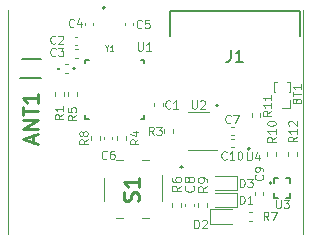
<source format=gto>
%TF.GenerationSoftware,KiCad,Pcbnew,(5.1.12)-1*%
%TF.CreationDate,2024-01-05T22:51:58+02:00*%
%TF.ProjectId,FlexBandage,466c6578-4261-46e6-9461-67652e6b6963,rev?*%
%TF.SameCoordinates,Original*%
%TF.FileFunction,Legend,Top*%
%TF.FilePolarity,Positive*%
%FSLAX46Y46*%
G04 Gerber Fmt 4.6, Leading zero omitted, Abs format (unit mm)*
G04 Created by KiCad (PCBNEW (5.1.12)-1) date 2024-01-05 22:51:58*
%MOMM*%
%LPD*%
G01*
G04 APERTURE LIST*
%ADD10C,0.050000*%
%ADD11C,0.120000*%
%ADD12C,0.200000*%
%ADD13C,0.100000*%
%ADD14C,0.127000*%
%ADD15C,0.254000*%
%ADD16C,0.150000*%
G04 APERTURE END LIST*
D10*
X143832563Y-126930000D02*
X143832563Y-107930000D01*
X118832563Y-126930000D02*
X118832563Y-107930000D01*
D11*
%TO.C,BT1*%
X142765000Y-116305000D02*
X142070000Y-116305000D01*
X142765000Y-115620000D02*
X142765000Y-116305000D01*
X141461724Y-114935000D02*
X141375000Y-114935000D01*
X142765000Y-114935000D02*
X142678276Y-114935000D01*
X141375000Y-114935000D02*
X141375000Y-114060000D01*
X142765000Y-114935000D02*
X142765000Y-114060000D01*
X141675507Y-114060000D02*
X141375000Y-114060000D01*
X142765000Y-114060000D02*
X142464493Y-114060000D01*
D12*
%TO.C,U4*%
X139334380Y-119706280D02*
G75*
G03*
X139334380Y-119706280I-100000J0D01*
G01*
D13*
%TO.C,S1*%
X131884000Y-121900000D02*
X131884000Y-124150000D01*
X131884000Y-124150000D02*
X131884000Y-124150000D01*
X131884000Y-124150000D02*
X131884000Y-121900000D01*
X131884000Y-121900000D02*
X131884000Y-121900000D01*
X126984000Y-122150000D02*
X126984000Y-124150000D01*
X126984000Y-124150000D02*
X126984000Y-124150000D01*
X126984000Y-124150000D02*
X126984000Y-122150000D01*
X126984000Y-122150000D02*
X126984000Y-122150000D01*
D12*
X133634000Y-121250000D02*
X133634000Y-121250000D01*
X133434000Y-121250000D02*
X133434000Y-121250000D01*
X133634000Y-121250000D02*
X133634000Y-121250000D01*
D13*
X128634000Y-125600000D02*
X128034000Y-125600000D01*
X128634000Y-120700000D02*
X128034000Y-120700000D01*
X130234000Y-120700000D02*
X130834000Y-120700000D01*
X130234000Y-125600000D02*
X130834000Y-125600000D01*
D12*
X133434000Y-121250000D02*
G75*
G02*
X133634000Y-121250000I100000J0D01*
G01*
X133634000Y-121250000D02*
G75*
G02*
X133434000Y-121250000I-100000J0D01*
G01*
X133434000Y-121250000D02*
G75*
G02*
X133634000Y-121250000I100000J0D01*
G01*
%TO.C,Y1*%
X127070000Y-107795000D02*
G75*
G03*
X127070000Y-107795000I-100000J0D01*
G01*
D14*
%TO.C,U3*%
X142706000Y-122164000D02*
X142706000Y-122586500D01*
X142706000Y-122164000D02*
X142383500Y-122164000D01*
X141416000Y-122164000D02*
X141416000Y-122586500D01*
X141416000Y-122164000D02*
X141738500Y-122164000D01*
X141416000Y-123854000D02*
X141416000Y-123431500D01*
X141416000Y-123854000D02*
X141738500Y-123854000D01*
X142706000Y-123854000D02*
X142706000Y-123431500D01*
X142706000Y-123854000D02*
X142383500Y-123854000D01*
D12*
X141177000Y-122609000D02*
G75*
G03*
X141177000Y-122609000I-100000J0D01*
G01*
D11*
%TO.C,U2*%
X134070000Y-119795000D02*
X136520000Y-119795000D01*
X135870000Y-116575000D02*
X134070000Y-116575000D01*
D12*
%TO.C,J1*%
X136650000Y-116030000D02*
G75*
G03*
X136650000Y-116030000I-100000J0D01*
G01*
X132550000Y-108030000D02*
X132550000Y-110180000D01*
X143550000Y-108030000D02*
X132550000Y-108030000D01*
X143550000Y-110180000D02*
X143550000Y-108030000D01*
%TO.C,ANT1*%
X121660000Y-113730000D02*
X119860000Y-113730000D01*
X119860000Y-113730000D02*
X119860000Y-113730000D01*
X119860000Y-113730000D02*
X121660000Y-113730000D01*
X121660000Y-113730000D02*
X121660000Y-113730000D01*
X121660000Y-112130000D02*
X120060000Y-112130000D01*
X120060000Y-112130000D02*
X120060000Y-112130000D01*
X120060000Y-112130000D02*
X121660000Y-112130000D01*
X121660000Y-112130000D02*
X121660000Y-112130000D01*
X123160000Y-112930000D02*
X123160000Y-112930000D01*
X123060000Y-112930000D02*
X123060000Y-112930000D01*
X123160000Y-112930000D02*
X123160000Y-112930000D01*
X123060000Y-112930000D02*
G75*
G02*
X123160000Y-112930000I50000J0D01*
G01*
X123160000Y-112930000D02*
G75*
G02*
X123060000Y-112930000I-50000J0D01*
G01*
X123060000Y-112930000D02*
G75*
G02*
X123160000Y-112930000I50000J0D01*
G01*
D14*
%TO.C,U1*%
X125410000Y-112184700D02*
X125410000Y-112479700D01*
X125410000Y-117184700D02*
X125410000Y-116889700D01*
X130410000Y-112184700D02*
X130410000Y-112479700D01*
X130410000Y-117184700D02*
X130410000Y-116889700D01*
X125410000Y-112184700D02*
X125705000Y-112184700D01*
X125410000Y-117184700D02*
X125705000Y-117184700D01*
X130410000Y-112184700D02*
X130115000Y-112184700D01*
X130410000Y-117184700D02*
X130115000Y-117184700D01*
D12*
X124550000Y-112934700D02*
G75*
G03*
X124550000Y-112934700I-100000J0D01*
G01*
D11*
%TO.C,R12*%
X142585000Y-120026059D02*
X142585000Y-120333341D01*
X143345000Y-120026059D02*
X143345000Y-120333341D01*
%TO.C,R11*%
X140234380Y-116993641D02*
X140234380Y-116686359D01*
X139474380Y-116993641D02*
X139474380Y-116686359D01*
%TO.C,R10*%
X140782000Y-120026059D02*
X140782000Y-120333341D01*
X141542000Y-120026059D02*
X141542000Y-120333341D01*
%TO.C,R9*%
X134916900Y-124326359D02*
X134916900Y-124633641D01*
X135676900Y-124326359D02*
X135676900Y-124633641D01*
%TO.C,R8*%
X126620000Y-118953641D02*
X126620000Y-118646359D01*
X125860000Y-118953641D02*
X125860000Y-118646359D01*
%TO.C,R7*%
X139230359Y-125830000D02*
X139537641Y-125830000D01*
X139230359Y-125070000D02*
X139537641Y-125070000D01*
%TO.C,R6*%
X132744000Y-124326359D02*
X132744000Y-124633641D01*
X133504000Y-124326359D02*
X133504000Y-124633641D01*
%TO.C,R5*%
X123940000Y-114906059D02*
X123940000Y-115213341D01*
X124700000Y-114906059D02*
X124700000Y-115213341D01*
%TO.C,R4*%
X128855000Y-118953641D02*
X128855000Y-118646359D01*
X128095000Y-118953641D02*
X128095000Y-118646359D01*
%TO.C,R3*%
X132860000Y-118338641D02*
X132860000Y-118031359D01*
X132100000Y-118338641D02*
X132100000Y-118031359D01*
%TO.C,R2*%
X123656359Y-113310000D02*
X123963641Y-113310000D01*
X123656359Y-112550000D02*
X123963641Y-112550000D01*
%TO.C,R1*%
X122870000Y-114906059D02*
X122870000Y-115213341D01*
X123630000Y-114906059D02*
X123630000Y-115213341D01*
%TO.C,D3*%
X136424000Y-122030000D02*
X138274000Y-122030000D01*
X136424000Y-123230000D02*
X138274000Y-123230000D01*
X138274000Y-123230000D02*
X138274000Y-122030000D01*
%TO.C,D2*%
X137824000Y-126050000D02*
X135974000Y-126050000D01*
X137824000Y-124850000D02*
X135974000Y-124850000D01*
X135974000Y-124850000D02*
X135974000Y-126050000D01*
%TO.C,D1*%
X136424000Y-123440000D02*
X138274000Y-123440000D01*
X136424000Y-124640000D02*
X138274000Y-124640000D01*
X138274000Y-124640000D02*
X138274000Y-123440000D01*
%TO.C,C10*%
X137954476Y-118862660D02*
X137738804Y-118862660D01*
X137954476Y-119582660D02*
X137738804Y-119582660D01*
%TO.C,C9*%
X140480000Y-123596836D02*
X140480000Y-123381164D01*
X139760000Y-123596836D02*
X139760000Y-123381164D01*
%TO.C,C8*%
X134592640Y-124587836D02*
X134592640Y-124372164D01*
X133872640Y-124587836D02*
X133872640Y-124372164D01*
%TO.C,C7*%
X137738804Y-118576820D02*
X137954476Y-118576820D01*
X137738804Y-117856820D02*
X137954476Y-117856820D01*
%TO.C,C6*%
X127695000Y-118907836D02*
X127695000Y-118692164D01*
X126975000Y-118907836D02*
X126975000Y-118692164D01*
%TO.C,C5*%
X128759040Y-109047164D02*
X128759040Y-109262836D01*
X129479040Y-109047164D02*
X129479040Y-109262836D01*
%TO.C,C4*%
X125335120Y-109047164D02*
X125335120Y-109262836D01*
X126055120Y-109047164D02*
X126055120Y-109262836D01*
%TO.C,C3*%
X124757836Y-111270010D02*
X124542164Y-111270010D01*
X124757836Y-111990010D02*
X124542164Y-111990010D01*
%TO.C,C2*%
X124727836Y-110210000D02*
X124512164Y-110210000D01*
X124727836Y-110930000D02*
X124512164Y-110930000D01*
%TO.C,C1*%
X131233000Y-115846864D02*
X131233000Y-116062536D01*
X131953000Y-115846864D02*
X131953000Y-116062536D01*
%TO.C,BT1*%
D13*
X143280000Y-115640000D02*
X143313333Y-115540000D01*
X143346666Y-115506666D01*
X143413333Y-115473333D01*
X143513333Y-115473333D01*
X143580000Y-115506666D01*
X143613333Y-115540000D01*
X143646666Y-115606666D01*
X143646666Y-115873333D01*
X142946666Y-115873333D01*
X142946666Y-115640000D01*
X142980000Y-115573333D01*
X143013333Y-115540000D01*
X143080000Y-115506666D01*
X143146666Y-115506666D01*
X143213333Y-115540000D01*
X143246666Y-115573333D01*
X143280000Y-115640000D01*
X143280000Y-115873333D01*
X142946666Y-115273333D02*
X142946666Y-114873333D01*
X143646666Y-115073333D02*
X142946666Y-115073333D01*
X143646666Y-114273333D02*
X143646666Y-114673333D01*
X143646666Y-114473333D02*
X142946666Y-114473333D01*
X143046666Y-114540000D01*
X143113333Y-114606666D01*
X143146666Y-114673333D01*
%TO.C,U4*%
X139076666Y-120006666D02*
X139076666Y-120573333D01*
X139110000Y-120640000D01*
X139143333Y-120673333D01*
X139210000Y-120706666D01*
X139343333Y-120706666D01*
X139410000Y-120673333D01*
X139443333Y-120640000D01*
X139476666Y-120573333D01*
X139476666Y-120006666D01*
X140110000Y-120240000D02*
X140110000Y-120706666D01*
X139943333Y-119973333D02*
X139776666Y-120473333D01*
X140210000Y-120473333D01*
%TO.C,S1*%
D15*
X129858047Y-124137619D02*
X129918523Y-123956190D01*
X129918523Y-123653809D01*
X129858047Y-123532857D01*
X129797571Y-123472380D01*
X129676619Y-123411904D01*
X129555666Y-123411904D01*
X129434714Y-123472380D01*
X129374238Y-123532857D01*
X129313761Y-123653809D01*
X129253285Y-123895714D01*
X129192809Y-124016666D01*
X129132333Y-124077142D01*
X129011380Y-124137619D01*
X128890428Y-124137619D01*
X128769476Y-124077142D01*
X128709000Y-124016666D01*
X128648523Y-123895714D01*
X128648523Y-123593333D01*
X128709000Y-123411904D01*
X129918523Y-122202380D02*
X129918523Y-122928095D01*
X129918523Y-122565238D02*
X128648523Y-122565238D01*
X128829952Y-122686190D01*
X128950904Y-122807142D01*
X129011380Y-122928095D01*
%TO.C,Y1*%
D13*
X127201020Y-111218551D02*
X127201020Y-111447530D01*
X127040735Y-110966674D02*
X127201020Y-111218551D01*
X127361306Y-110966674D01*
X127773468Y-111447530D02*
X127498693Y-111447530D01*
X127636081Y-111447530D02*
X127636081Y-110966674D01*
X127590285Y-111035367D01*
X127544489Y-111081163D01*
X127498693Y-111104061D01*
%TO.C,U3*%
X141536666Y-124046666D02*
X141536666Y-124613333D01*
X141570000Y-124680000D01*
X141603333Y-124713333D01*
X141670000Y-124746666D01*
X141803333Y-124746666D01*
X141870000Y-124713333D01*
X141903333Y-124680000D01*
X141936666Y-124613333D01*
X141936666Y-124046666D01*
X142203333Y-124046666D02*
X142636666Y-124046666D01*
X142403333Y-124313333D01*
X142503333Y-124313333D01*
X142570000Y-124346666D01*
X142603333Y-124380000D01*
X142636666Y-124446666D01*
X142636666Y-124613333D01*
X142603333Y-124680000D01*
X142570000Y-124713333D01*
X142503333Y-124746666D01*
X142303333Y-124746666D01*
X142236666Y-124713333D01*
X142203333Y-124680000D01*
%TO.C,U2*%
X134436666Y-115626666D02*
X134436666Y-116193333D01*
X134470000Y-116260000D01*
X134503333Y-116293333D01*
X134570000Y-116326666D01*
X134703333Y-116326666D01*
X134770000Y-116293333D01*
X134803333Y-116260000D01*
X134836666Y-116193333D01*
X134836666Y-115626666D01*
X135136666Y-115693333D02*
X135170000Y-115660000D01*
X135236666Y-115626666D01*
X135403333Y-115626666D01*
X135470000Y-115660000D01*
X135503333Y-115693333D01*
X135536666Y-115760000D01*
X135536666Y-115826666D01*
X135503333Y-115926666D01*
X135103333Y-116326666D01*
X135536666Y-116326666D01*
%TO.C,J1*%
D16*
X137736666Y-111342380D02*
X137736666Y-112056666D01*
X137689047Y-112199523D01*
X137593809Y-112294761D01*
X137450952Y-112342380D01*
X137355714Y-112342380D01*
X138736666Y-112342380D02*
X138165238Y-112342380D01*
X138450952Y-112342380D02*
X138450952Y-111342380D01*
X138355714Y-111485238D01*
X138260476Y-111580476D01*
X138165238Y-111628095D01*
%TO.C,ANT1*%
D15*
X121001666Y-119196190D02*
X121001666Y-118591428D01*
X121364523Y-119317142D02*
X120094523Y-118893809D01*
X121364523Y-118470476D01*
X121364523Y-118047142D02*
X120094523Y-118047142D01*
X121364523Y-117321428D01*
X120094523Y-117321428D01*
X120094523Y-116898095D02*
X120094523Y-116172380D01*
X121364523Y-116535238D02*
X120094523Y-116535238D01*
X121364523Y-115083809D02*
X121364523Y-115809523D01*
X121364523Y-115446666D02*
X120094523Y-115446666D01*
X120275952Y-115567619D01*
X120396904Y-115688571D01*
X120457380Y-115809523D01*
%TO.C,U1*%
D13*
X129856666Y-110706666D02*
X129856666Y-111273333D01*
X129890000Y-111340000D01*
X129923333Y-111373333D01*
X129990000Y-111406666D01*
X130123333Y-111406666D01*
X130190000Y-111373333D01*
X130223333Y-111340000D01*
X130256666Y-111273333D01*
X130256666Y-110706666D01*
X130956666Y-111406666D02*
X130556666Y-111406666D01*
X130756666Y-111406666D02*
X130756666Y-110706666D01*
X130690000Y-110806666D01*
X130623333Y-110873333D01*
X130556666Y-110906666D01*
%TO.C,R12*%
X143296666Y-118690000D02*
X142963333Y-118923333D01*
X143296666Y-119090000D02*
X142596666Y-119090000D01*
X142596666Y-118823333D01*
X142630000Y-118756666D01*
X142663333Y-118723333D01*
X142730000Y-118690000D01*
X142830000Y-118690000D01*
X142896666Y-118723333D01*
X142930000Y-118756666D01*
X142963333Y-118823333D01*
X142963333Y-119090000D01*
X143296666Y-118023333D02*
X143296666Y-118423333D01*
X143296666Y-118223333D02*
X142596666Y-118223333D01*
X142696666Y-118290000D01*
X142763333Y-118356666D01*
X142796666Y-118423333D01*
X142663333Y-117756666D02*
X142630000Y-117723333D01*
X142596666Y-117656666D01*
X142596666Y-117490000D01*
X142630000Y-117423333D01*
X142663333Y-117390000D01*
X142730000Y-117356666D01*
X142796666Y-117356666D01*
X142896666Y-117390000D01*
X143296666Y-117790000D01*
X143296666Y-117356666D01*
%TO.C,R11*%
X141146666Y-116510000D02*
X140813333Y-116743333D01*
X141146666Y-116910000D02*
X140446666Y-116910000D01*
X140446666Y-116643333D01*
X140480000Y-116576666D01*
X140513333Y-116543333D01*
X140580000Y-116510000D01*
X140680000Y-116510000D01*
X140746666Y-116543333D01*
X140780000Y-116576666D01*
X140813333Y-116643333D01*
X140813333Y-116910000D01*
X141146666Y-115843333D02*
X141146666Y-116243333D01*
X141146666Y-116043333D02*
X140446666Y-116043333D01*
X140546666Y-116110000D01*
X140613333Y-116176666D01*
X140646666Y-116243333D01*
X141146666Y-115176666D02*
X141146666Y-115576666D01*
X141146666Y-115376666D02*
X140446666Y-115376666D01*
X140546666Y-115443333D01*
X140613333Y-115510000D01*
X140646666Y-115576666D01*
%TO.C,R10*%
X141506666Y-118700000D02*
X141173333Y-118933333D01*
X141506666Y-119100000D02*
X140806666Y-119100000D01*
X140806666Y-118833333D01*
X140840000Y-118766666D01*
X140873333Y-118733333D01*
X140940000Y-118700000D01*
X141040000Y-118700000D01*
X141106666Y-118733333D01*
X141140000Y-118766666D01*
X141173333Y-118833333D01*
X141173333Y-119100000D01*
X141506666Y-118033333D02*
X141506666Y-118433333D01*
X141506666Y-118233333D02*
X140806666Y-118233333D01*
X140906666Y-118300000D01*
X140973333Y-118366666D01*
X141006666Y-118433333D01*
X140806666Y-117600000D02*
X140806666Y-117533333D01*
X140840000Y-117466666D01*
X140873333Y-117433333D01*
X140940000Y-117400000D01*
X141073333Y-117366666D01*
X141240000Y-117366666D01*
X141373333Y-117400000D01*
X141440000Y-117433333D01*
X141473333Y-117466666D01*
X141506666Y-117533333D01*
X141506666Y-117600000D01*
X141473333Y-117666666D01*
X141440000Y-117700000D01*
X141373333Y-117733333D01*
X141240000Y-117766666D01*
X141073333Y-117766666D01*
X140940000Y-117733333D01*
X140873333Y-117700000D01*
X140840000Y-117666666D01*
X140806666Y-117600000D01*
%TO.C,R9*%
X135725904Y-122883333D02*
X135344952Y-123150000D01*
X135725904Y-123340476D02*
X134925904Y-123340476D01*
X134925904Y-123035714D01*
X134964000Y-122959523D01*
X135002095Y-122921428D01*
X135078285Y-122883333D01*
X135192571Y-122883333D01*
X135268761Y-122921428D01*
X135306857Y-122959523D01*
X135344952Y-123035714D01*
X135344952Y-123340476D01*
X135725904Y-122502380D02*
X135725904Y-122350000D01*
X135687809Y-122273809D01*
X135649714Y-122235714D01*
X135535428Y-122159523D01*
X135383047Y-122121428D01*
X135078285Y-122121428D01*
X135002095Y-122159523D01*
X134964000Y-122197619D01*
X134925904Y-122273809D01*
X134925904Y-122426190D01*
X134964000Y-122502380D01*
X135002095Y-122540476D01*
X135078285Y-122578571D01*
X135268761Y-122578571D01*
X135344952Y-122540476D01*
X135383047Y-122502380D01*
X135421142Y-122426190D01*
X135421142Y-122273809D01*
X135383047Y-122197619D01*
X135344952Y-122159523D01*
X135268761Y-122121428D01*
%TO.C,R8*%
X125606666Y-118906666D02*
X125273333Y-119140000D01*
X125606666Y-119306666D02*
X124906666Y-119306666D01*
X124906666Y-119040000D01*
X124940000Y-118973333D01*
X124973333Y-118940000D01*
X125040000Y-118906666D01*
X125140000Y-118906666D01*
X125206666Y-118940000D01*
X125240000Y-118973333D01*
X125273333Y-119040000D01*
X125273333Y-119306666D01*
X125206666Y-118506666D02*
X125173333Y-118573333D01*
X125140000Y-118606666D01*
X125073333Y-118640000D01*
X125040000Y-118640000D01*
X124973333Y-118606666D01*
X124940000Y-118573333D01*
X124906666Y-118506666D01*
X124906666Y-118373333D01*
X124940000Y-118306666D01*
X124973333Y-118273333D01*
X125040000Y-118240000D01*
X125073333Y-118240000D01*
X125140000Y-118273333D01*
X125173333Y-118306666D01*
X125206666Y-118373333D01*
X125206666Y-118506666D01*
X125240000Y-118573333D01*
X125273333Y-118606666D01*
X125340000Y-118640000D01*
X125473333Y-118640000D01*
X125540000Y-118606666D01*
X125573333Y-118573333D01*
X125606666Y-118506666D01*
X125606666Y-118373333D01*
X125573333Y-118306666D01*
X125540000Y-118273333D01*
X125473333Y-118240000D01*
X125340000Y-118240000D01*
X125273333Y-118273333D01*
X125240000Y-118306666D01*
X125206666Y-118373333D01*
%TO.C,R7*%
X140913333Y-125766666D02*
X140680000Y-125433333D01*
X140513333Y-125766666D02*
X140513333Y-125066666D01*
X140780000Y-125066666D01*
X140846666Y-125100000D01*
X140880000Y-125133333D01*
X140913333Y-125200000D01*
X140913333Y-125300000D01*
X140880000Y-125366666D01*
X140846666Y-125400000D01*
X140780000Y-125433333D01*
X140513333Y-125433333D01*
X141146666Y-125066666D02*
X141613333Y-125066666D01*
X141313333Y-125766666D01*
%TO.C,R6*%
X133505904Y-122843333D02*
X133124952Y-123110000D01*
X133505904Y-123300476D02*
X132705904Y-123300476D01*
X132705904Y-122995714D01*
X132744000Y-122919523D01*
X132782095Y-122881428D01*
X132858285Y-122843333D01*
X132972571Y-122843333D01*
X133048761Y-122881428D01*
X133086857Y-122919523D01*
X133124952Y-122995714D01*
X133124952Y-123300476D01*
X132705904Y-122157619D02*
X132705904Y-122310000D01*
X132744000Y-122386190D01*
X132782095Y-122424285D01*
X132896380Y-122500476D01*
X133048761Y-122538571D01*
X133353523Y-122538571D01*
X133429714Y-122500476D01*
X133467809Y-122462380D01*
X133505904Y-122386190D01*
X133505904Y-122233809D01*
X133467809Y-122157619D01*
X133429714Y-122119523D01*
X133353523Y-122081428D01*
X133163047Y-122081428D01*
X133086857Y-122119523D01*
X133048761Y-122157619D01*
X133010666Y-122233809D01*
X133010666Y-122386190D01*
X133048761Y-122462380D01*
X133086857Y-122500476D01*
X133163047Y-122538571D01*
%TO.C,R5*%
X124626666Y-116866666D02*
X124293333Y-117100000D01*
X124626666Y-117266666D02*
X123926666Y-117266666D01*
X123926666Y-117000000D01*
X123960000Y-116933333D01*
X123993333Y-116900000D01*
X124060000Y-116866666D01*
X124160000Y-116866666D01*
X124226666Y-116900000D01*
X124260000Y-116933333D01*
X124293333Y-117000000D01*
X124293333Y-117266666D01*
X123926666Y-116233333D02*
X123926666Y-116566666D01*
X124260000Y-116600000D01*
X124226666Y-116566666D01*
X124193333Y-116500000D01*
X124193333Y-116333333D01*
X124226666Y-116266666D01*
X124260000Y-116233333D01*
X124326666Y-116200000D01*
X124493333Y-116200000D01*
X124560000Y-116233333D01*
X124593333Y-116266666D01*
X124626666Y-116333333D01*
X124626666Y-116500000D01*
X124593333Y-116566666D01*
X124560000Y-116600000D01*
%TO.C,R4*%
X129906666Y-118916666D02*
X129573333Y-119150000D01*
X129906666Y-119316666D02*
X129206666Y-119316666D01*
X129206666Y-119050000D01*
X129240000Y-118983333D01*
X129273333Y-118950000D01*
X129340000Y-118916666D01*
X129440000Y-118916666D01*
X129506666Y-118950000D01*
X129540000Y-118983333D01*
X129573333Y-119050000D01*
X129573333Y-119316666D01*
X129440000Y-118316666D02*
X129906666Y-118316666D01*
X129173333Y-118483333D02*
X129673333Y-118650000D01*
X129673333Y-118216666D01*
%TO.C,R3*%
X131193333Y-118546666D02*
X130960000Y-118213333D01*
X130793333Y-118546666D02*
X130793333Y-117846666D01*
X131060000Y-117846666D01*
X131126666Y-117880000D01*
X131160000Y-117913333D01*
X131193333Y-117980000D01*
X131193333Y-118080000D01*
X131160000Y-118146666D01*
X131126666Y-118180000D01*
X131060000Y-118213333D01*
X130793333Y-118213333D01*
X131426666Y-117846666D02*
X131860000Y-117846666D01*
X131626666Y-118113333D01*
X131726666Y-118113333D01*
X131793333Y-118146666D01*
X131826666Y-118180000D01*
X131860000Y-118246666D01*
X131860000Y-118413333D01*
X131826666Y-118480000D01*
X131793333Y-118513333D01*
X131726666Y-118546666D01*
X131526666Y-118546666D01*
X131460000Y-118513333D01*
X131426666Y-118480000D01*
%TO.C,R1*%
X123526666Y-116796666D02*
X123193333Y-117030000D01*
X123526666Y-117196666D02*
X122826666Y-117196666D01*
X122826666Y-116930000D01*
X122860000Y-116863333D01*
X122893333Y-116830000D01*
X122960000Y-116796666D01*
X123060000Y-116796666D01*
X123126666Y-116830000D01*
X123160000Y-116863333D01*
X123193333Y-116930000D01*
X123193333Y-117196666D01*
X123526666Y-116130000D02*
X123526666Y-116530000D01*
X123526666Y-116330000D02*
X122826666Y-116330000D01*
X122926666Y-116396666D01*
X122993333Y-116463333D01*
X123026666Y-116530000D01*
%TO.C,D3*%
X138493333Y-122946666D02*
X138493333Y-122246666D01*
X138660000Y-122246666D01*
X138760000Y-122280000D01*
X138826666Y-122346666D01*
X138860000Y-122413333D01*
X138893333Y-122546666D01*
X138893333Y-122646666D01*
X138860000Y-122780000D01*
X138826666Y-122846666D01*
X138760000Y-122913333D01*
X138660000Y-122946666D01*
X138493333Y-122946666D01*
X139126666Y-122246666D02*
X139560000Y-122246666D01*
X139326666Y-122513333D01*
X139426666Y-122513333D01*
X139493333Y-122546666D01*
X139526666Y-122580000D01*
X139560000Y-122646666D01*
X139560000Y-122813333D01*
X139526666Y-122880000D01*
X139493333Y-122913333D01*
X139426666Y-122946666D01*
X139226666Y-122946666D01*
X139160000Y-122913333D01*
X139126666Y-122880000D01*
%TO.C,D2*%
X134643333Y-126436666D02*
X134643333Y-125736666D01*
X134810000Y-125736666D01*
X134910000Y-125770000D01*
X134976666Y-125836666D01*
X135010000Y-125903333D01*
X135043333Y-126036666D01*
X135043333Y-126136666D01*
X135010000Y-126270000D01*
X134976666Y-126336666D01*
X134910000Y-126403333D01*
X134810000Y-126436666D01*
X134643333Y-126436666D01*
X135310000Y-125803333D02*
X135343333Y-125770000D01*
X135410000Y-125736666D01*
X135576666Y-125736666D01*
X135643333Y-125770000D01*
X135676666Y-125803333D01*
X135710000Y-125870000D01*
X135710000Y-125936666D01*
X135676666Y-126036666D01*
X135276666Y-126436666D01*
X135710000Y-126436666D01*
%TO.C,D1*%
X138483333Y-124376666D02*
X138483333Y-123676666D01*
X138650000Y-123676666D01*
X138750000Y-123710000D01*
X138816666Y-123776666D01*
X138850000Y-123843333D01*
X138883333Y-123976666D01*
X138883333Y-124076666D01*
X138850000Y-124210000D01*
X138816666Y-124276666D01*
X138750000Y-124343333D01*
X138650000Y-124376666D01*
X138483333Y-124376666D01*
X139550000Y-124376666D02*
X139150000Y-124376666D01*
X139350000Y-124376666D02*
X139350000Y-123676666D01*
X139283333Y-123776666D01*
X139216666Y-123843333D01*
X139150000Y-123876666D01*
%TO.C,C10*%
X137360000Y-120570000D02*
X137326666Y-120603333D01*
X137226666Y-120636666D01*
X137160000Y-120636666D01*
X137060000Y-120603333D01*
X136993333Y-120536666D01*
X136960000Y-120470000D01*
X136926666Y-120336666D01*
X136926666Y-120236666D01*
X136960000Y-120103333D01*
X136993333Y-120036666D01*
X137060000Y-119970000D01*
X137160000Y-119936666D01*
X137226666Y-119936666D01*
X137326666Y-119970000D01*
X137360000Y-120003333D01*
X138026666Y-120636666D02*
X137626666Y-120636666D01*
X137826666Y-120636666D02*
X137826666Y-119936666D01*
X137760000Y-120036666D01*
X137693333Y-120103333D01*
X137626666Y-120136666D01*
X138460000Y-119936666D02*
X138526666Y-119936666D01*
X138593333Y-119970000D01*
X138626666Y-120003333D01*
X138660000Y-120070000D01*
X138693333Y-120203333D01*
X138693333Y-120370000D01*
X138660000Y-120503333D01*
X138626666Y-120570000D01*
X138593333Y-120603333D01*
X138526666Y-120636666D01*
X138460000Y-120636666D01*
X138393333Y-120603333D01*
X138360000Y-120570000D01*
X138326666Y-120503333D01*
X138293333Y-120370000D01*
X138293333Y-120203333D01*
X138326666Y-120070000D01*
X138360000Y-120003333D01*
X138393333Y-119970000D01*
X138460000Y-119936666D01*
%TO.C,C9*%
X140380000Y-121936666D02*
X140413333Y-121970000D01*
X140446666Y-122070000D01*
X140446666Y-122136666D01*
X140413333Y-122236666D01*
X140346666Y-122303333D01*
X140280000Y-122336666D01*
X140146666Y-122370000D01*
X140046666Y-122370000D01*
X139913333Y-122336666D01*
X139846666Y-122303333D01*
X139780000Y-122236666D01*
X139746666Y-122136666D01*
X139746666Y-122070000D01*
X139780000Y-121970000D01*
X139813333Y-121936666D01*
X140446666Y-121603333D02*
X140446666Y-121470000D01*
X140413333Y-121403333D01*
X140380000Y-121370000D01*
X140280000Y-121303333D01*
X140146666Y-121270000D01*
X139880000Y-121270000D01*
X139813333Y-121303333D01*
X139780000Y-121336666D01*
X139746666Y-121403333D01*
X139746666Y-121536666D01*
X139780000Y-121603333D01*
X139813333Y-121636666D01*
X139880000Y-121670000D01*
X140046666Y-121670000D01*
X140113333Y-121636666D01*
X140146666Y-121603333D01*
X140180000Y-121536666D01*
X140180000Y-121403333D01*
X140146666Y-121336666D01*
X140113333Y-121303333D01*
X140046666Y-121270000D01*
%TO.C,C8*%
X134529714Y-122853333D02*
X134567809Y-122891428D01*
X134605904Y-123005714D01*
X134605904Y-123081904D01*
X134567809Y-123196190D01*
X134491619Y-123272380D01*
X134415428Y-123310476D01*
X134263047Y-123348571D01*
X134148761Y-123348571D01*
X133996380Y-123310476D01*
X133920190Y-123272380D01*
X133844000Y-123196190D01*
X133805904Y-123081904D01*
X133805904Y-123005714D01*
X133844000Y-122891428D01*
X133882095Y-122853333D01*
X134148761Y-122396190D02*
X134110666Y-122472380D01*
X134072571Y-122510476D01*
X133996380Y-122548571D01*
X133958285Y-122548571D01*
X133882095Y-122510476D01*
X133844000Y-122472380D01*
X133805904Y-122396190D01*
X133805904Y-122243809D01*
X133844000Y-122167619D01*
X133882095Y-122129523D01*
X133958285Y-122091428D01*
X133996380Y-122091428D01*
X134072571Y-122129523D01*
X134110666Y-122167619D01*
X134148761Y-122243809D01*
X134148761Y-122396190D01*
X134186857Y-122472380D01*
X134224952Y-122510476D01*
X134301142Y-122548571D01*
X134453523Y-122548571D01*
X134529714Y-122510476D01*
X134567809Y-122472380D01*
X134605904Y-122396190D01*
X134605904Y-122243809D01*
X134567809Y-122167619D01*
X134529714Y-122129523D01*
X134453523Y-122091428D01*
X134301142Y-122091428D01*
X134224952Y-122129523D01*
X134186857Y-122167619D01*
X134148761Y-122243809D01*
%TO.C,C7*%
X137703333Y-117480000D02*
X137670000Y-117513333D01*
X137570000Y-117546666D01*
X137503333Y-117546666D01*
X137403333Y-117513333D01*
X137336666Y-117446666D01*
X137303333Y-117380000D01*
X137270000Y-117246666D01*
X137270000Y-117146666D01*
X137303333Y-117013333D01*
X137336666Y-116946666D01*
X137403333Y-116880000D01*
X137503333Y-116846666D01*
X137570000Y-116846666D01*
X137670000Y-116880000D01*
X137703333Y-116913333D01*
X137936666Y-116846666D02*
X138403333Y-116846666D01*
X138103333Y-117546666D01*
%TO.C,C6*%
X127223333Y-120510000D02*
X127190000Y-120543333D01*
X127090000Y-120576666D01*
X127023333Y-120576666D01*
X126923333Y-120543333D01*
X126856666Y-120476666D01*
X126823333Y-120410000D01*
X126790000Y-120276666D01*
X126790000Y-120176666D01*
X126823333Y-120043333D01*
X126856666Y-119976666D01*
X126923333Y-119910000D01*
X127023333Y-119876666D01*
X127090000Y-119876666D01*
X127190000Y-119910000D01*
X127223333Y-119943333D01*
X127823333Y-119876666D02*
X127690000Y-119876666D01*
X127623333Y-119910000D01*
X127590000Y-119943333D01*
X127523333Y-120043333D01*
X127490000Y-120176666D01*
X127490000Y-120443333D01*
X127523333Y-120510000D01*
X127556666Y-120543333D01*
X127623333Y-120576666D01*
X127756666Y-120576666D01*
X127823333Y-120543333D01*
X127856666Y-120510000D01*
X127890000Y-120443333D01*
X127890000Y-120276666D01*
X127856666Y-120210000D01*
X127823333Y-120176666D01*
X127756666Y-120143333D01*
X127623333Y-120143333D01*
X127556666Y-120176666D01*
X127523333Y-120210000D01*
X127490000Y-120276666D01*
%TO.C,C5*%
X130183333Y-109430000D02*
X130150000Y-109463333D01*
X130050000Y-109496666D01*
X129983333Y-109496666D01*
X129883333Y-109463333D01*
X129816666Y-109396666D01*
X129783333Y-109330000D01*
X129750000Y-109196666D01*
X129750000Y-109096666D01*
X129783333Y-108963333D01*
X129816666Y-108896666D01*
X129883333Y-108830000D01*
X129983333Y-108796666D01*
X130050000Y-108796666D01*
X130150000Y-108830000D01*
X130183333Y-108863333D01*
X130816666Y-108796666D02*
X130483333Y-108796666D01*
X130450000Y-109130000D01*
X130483333Y-109096666D01*
X130550000Y-109063333D01*
X130716666Y-109063333D01*
X130783333Y-109096666D01*
X130816666Y-109130000D01*
X130850000Y-109196666D01*
X130850000Y-109363333D01*
X130816666Y-109430000D01*
X130783333Y-109463333D01*
X130716666Y-109496666D01*
X130550000Y-109496666D01*
X130483333Y-109463333D01*
X130450000Y-109430000D01*
%TO.C,C4*%
X124433333Y-109350000D02*
X124400000Y-109383333D01*
X124300000Y-109416666D01*
X124233333Y-109416666D01*
X124133333Y-109383333D01*
X124066666Y-109316666D01*
X124033333Y-109250000D01*
X124000000Y-109116666D01*
X124000000Y-109016666D01*
X124033333Y-108883333D01*
X124066666Y-108816666D01*
X124133333Y-108750000D01*
X124233333Y-108716666D01*
X124300000Y-108716666D01*
X124400000Y-108750000D01*
X124433333Y-108783333D01*
X125033333Y-108950000D02*
X125033333Y-109416666D01*
X124866666Y-108683333D02*
X124700000Y-109183333D01*
X125133333Y-109183333D01*
%TO.C,C3*%
X122883333Y-111810000D02*
X122850000Y-111843333D01*
X122750000Y-111876666D01*
X122683333Y-111876666D01*
X122583333Y-111843333D01*
X122516666Y-111776666D01*
X122483333Y-111710000D01*
X122450000Y-111576666D01*
X122450000Y-111476666D01*
X122483333Y-111343333D01*
X122516666Y-111276666D01*
X122583333Y-111210000D01*
X122683333Y-111176666D01*
X122750000Y-111176666D01*
X122850000Y-111210000D01*
X122883333Y-111243333D01*
X123116666Y-111176666D02*
X123550000Y-111176666D01*
X123316666Y-111443333D01*
X123416666Y-111443333D01*
X123483333Y-111476666D01*
X123516666Y-111510000D01*
X123550000Y-111576666D01*
X123550000Y-111743333D01*
X123516666Y-111810000D01*
X123483333Y-111843333D01*
X123416666Y-111876666D01*
X123216666Y-111876666D01*
X123150000Y-111843333D01*
X123116666Y-111810000D01*
%TO.C,C2*%
X122863333Y-110760000D02*
X122830000Y-110793333D01*
X122730000Y-110826666D01*
X122663333Y-110826666D01*
X122563333Y-110793333D01*
X122496666Y-110726666D01*
X122463333Y-110660000D01*
X122430000Y-110526666D01*
X122430000Y-110426666D01*
X122463333Y-110293333D01*
X122496666Y-110226666D01*
X122563333Y-110160000D01*
X122663333Y-110126666D01*
X122730000Y-110126666D01*
X122830000Y-110160000D01*
X122863333Y-110193333D01*
X123130000Y-110193333D02*
X123163333Y-110160000D01*
X123230000Y-110126666D01*
X123396666Y-110126666D01*
X123463333Y-110160000D01*
X123496666Y-110193333D01*
X123530000Y-110260000D01*
X123530000Y-110326666D01*
X123496666Y-110426666D01*
X123096666Y-110826666D01*
X123530000Y-110826666D01*
%TO.C,C1*%
X132603333Y-116240000D02*
X132570000Y-116273333D01*
X132470000Y-116306666D01*
X132403333Y-116306666D01*
X132303333Y-116273333D01*
X132236666Y-116206666D01*
X132203333Y-116140000D01*
X132170000Y-116006666D01*
X132170000Y-115906666D01*
X132203333Y-115773333D01*
X132236666Y-115706666D01*
X132303333Y-115640000D01*
X132403333Y-115606666D01*
X132470000Y-115606666D01*
X132570000Y-115640000D01*
X132603333Y-115673333D01*
X133270000Y-116306666D02*
X132870000Y-116306666D01*
X133070000Y-116306666D02*
X133070000Y-115606666D01*
X133003333Y-115706666D01*
X132936666Y-115773333D01*
X132870000Y-115806666D01*
%TD*%
M02*

</source>
